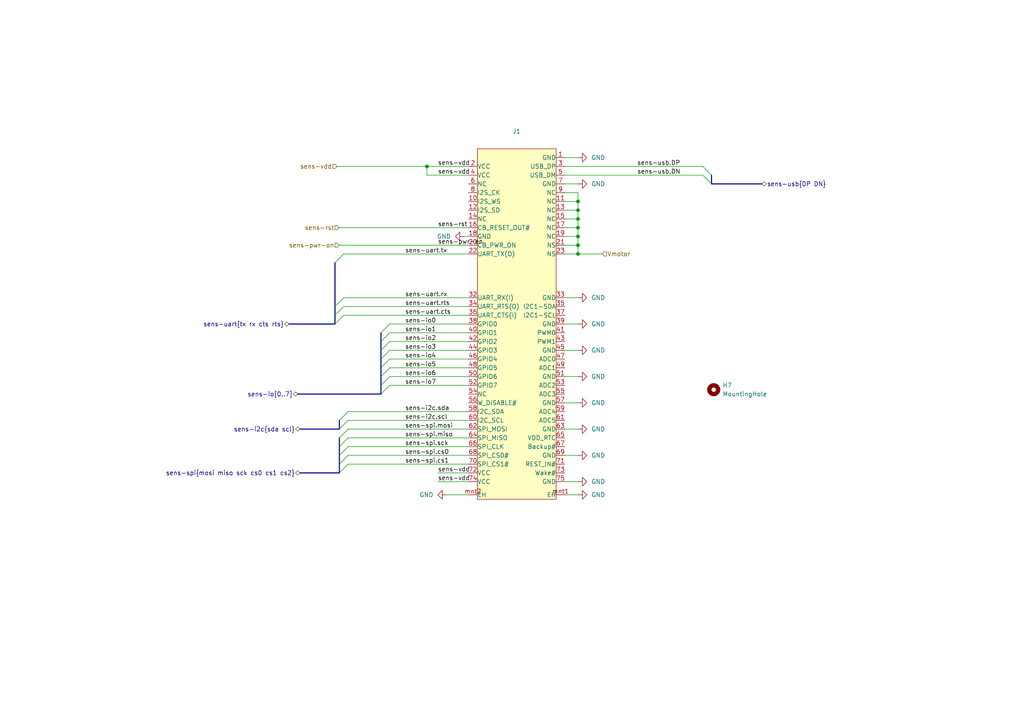
<source format=kicad_sch>
(kicad_sch (version 20230121) (generator eeschema)
  (paper "A4")
  (lib_symbols
    (symbol "Fan_b2b_connector:Fan_SensorConnector_M.2-E_brd" (pin_names (offset 0.002))
      (property "Reference" "J" (at -11.43 50.8 0))
      (property "Value" "Fan_SensorConnector_M.2-E_brd" (at -11.43 50.8 0))
      (symbol "Fan_SensorConnector_M.2-E_brd_0_0"
        (pin bidirectional line (at -13.97 34.29 0) (length 2.54) (name "I2S_WS") (number "10"))
        (pin free line (at 13.97 34.29 180) (length 2.54) (name "NC") (number "11"))
        (pin bidirectional line (at -13.97 31.75 0) (length 2.54) (name "I2S_SD") (number "12"))
        (pin free line (at 13.97 31.75 180) (length 2.54) (name "NC") (number "13"))
        (pin free line (at -13.97 29.21 0) (length 2.54) (name "NC") (number "14"))
        (pin free line (at 13.97 29.21 180) (length 2.54) (name "NC") (number "15"))
        (pin bidirectional line (at -13.97 26.67 0) (length 2.54) (name "CB_RESET_OUT#") (number "16"))
        (pin free line (at 13.97 26.67 180) (length 2.54) (name "NC") (number "17"))
        (pin power_out line (at -13.97 24.13 0) (length 2.54) (name "GND") (number "18"))
        (pin free line (at 13.97 24.13 180) (length 2.54) (name "NC") (number "19"))
        (pin bidirectional line (at -13.97 21.59 0) (length 2.54) (name "CB_PWR_ON") (number "20"))
        (pin free line (at 13.97 21.59 180) (length 2.54) (name "NS") (number "21"))
        (pin bidirectional line (at -13.97 19.05 0) (length 2.54) (name "UART_TX(O)") (number "22"))
        (pin free line (at 13.97 19.05 180) (length 2.54) (name "NS") (number "23"))
        (pin bidirectional line (at 13.97 44.45 180) (length 2.54) (name "USB_DP") (number "3"))
        (pin bidirectional line (at -13.97 6.35 0) (length 2.54) (name "UART_RX(I)") (number "32"))
        (pin power_out line (at 13.97 6.35 180) (length 2.54) (name "GND") (number "33"))
        (pin bidirectional line (at -13.97 3.81 0) (length 2.54) (name "UART_RTS(O)") (number "34"))
        (pin bidirectional line (at 13.97 3.81 180) (length 2.54) (name "I2C1-SDA") (number "35"))
        (pin bidirectional line (at -13.97 1.27 0) (length 2.54) (name "UART_CTS(I)") (number "36"))
        (pin bidirectional line (at 13.97 1.27 180) (length 2.54) (name "I2C1-SCL") (number "37"))
        (pin bidirectional line (at -13.97 -1.27 0) (length 2.54) (name "GPIO0") (number "38"))
        (pin power_out line (at 13.97 -1.27 180) (length 2.54) (name "GND") (number "39"))
        (pin power_out line (at -13.97 41.91 0) (length 2.54) (name "VCC") (number "4"))
        (pin bidirectional line (at -13.97 -3.81 0) (length 2.54) (name "GPIO1") (number "40"))
        (pin bidirectional line (at 13.97 -3.81 180) (length 2.54) (name "PWM0") (number "41"))
        (pin bidirectional line (at -13.97 -6.35 0) (length 2.54) (name "GPIO2") (number "42"))
        (pin bidirectional line (at 13.97 -6.35 180) (length 2.54) (name "PWM1") (number "43"))
        (pin bidirectional line (at -13.97 -8.89 0) (length 2.54) (name "GPIO3") (number "44"))
        (pin power_out line (at 13.97 -8.89 180) (length 2.54) (name "GND") (number "45"))
        (pin bidirectional line (at -13.97 -11.43 0) (length 2.54) (name "GPIO4") (number "46"))
        (pin bidirectional line (at 13.97 -11.43 180) (length 2.54) (name "ADC0") (number "47"))
        (pin bidirectional line (at -13.97 -13.97 0) (length 2.54) (name "GPIO5") (number "48"))
        (pin bidirectional line (at 13.97 -13.97 180) (length 2.54) (name "ADC1") (number "49"))
        (pin bidirectional line (at 13.97 41.91 180) (length 2.54) (name "USB_DM") (number "5"))
        (pin bidirectional line (at -13.97 -16.51 0) (length 2.54) (name "GPIO6") (number "50"))
        (pin power_out line (at 13.97 -16.51 180) (length 2.54) (name "GND") (number "51"))
        (pin bidirectional line (at -13.97 -19.05 0) (length 2.54) (name "GPIO7") (number "52"))
        (pin bidirectional line (at 13.97 -19.05 180) (length 2.54) (name "ADC2") (number "53"))
        (pin free line (at -13.97 -21.59 0) (length 2.54) (name "NC") (number "54"))
        (pin bidirectional line (at 13.97 -21.59 180) (length 2.54) (name "ADC3") (number "55"))
        (pin bidirectional line (at -13.97 -24.13 0) (length 2.54) (name "W_DISABLE#") (number "56"))
        (pin power_out line (at 13.97 -24.13 180) (length 2.54) (name "GND") (number "57"))
        (pin bidirectional line (at -13.97 -26.67 0) (length 2.54) (name "I2C_SDA") (number "58"))
        (pin bidirectional line (at 13.97 -26.67 180) (length 2.54) (name "ADC4") (number "59"))
        (pin free line (at -13.97 39.37 0) (length 2.54) (name "NC") (number "6"))
        (pin bidirectional line (at -13.97 -29.21 0) (length 2.54) (name "I2C_SCL") (number "60"))
        (pin bidirectional line (at 13.97 -29.21 180) (length 2.54) (name "ADC5") (number "61"))
        (pin bidirectional line (at -13.97 -31.75 0) (length 2.54) (name "SPI_MOSI") (number "62"))
        (pin power_out line (at 13.97 -31.75 180) (length 2.54) (name "GND") (number "63"))
        (pin bidirectional line (at -13.97 -34.29 0) (length 2.54) (name "SPI_MISO") (number "64"))
        (pin power_out line (at 13.97 -34.29 180) (length 2.54) (name "VDD_RTC") (number "65"))
        (pin bidirectional line (at -13.97 -36.83 0) (length 2.54) (name "SPI_CLK") (number "66"))
        (pin bidirectional line (at 13.97 -36.83 180) (length 2.54) (name "Backup#") (number "67"))
        (pin bidirectional line (at -13.97 -39.37 0) (length 2.54) (name "SPI_CS0#") (number "68"))
        (pin power_out line (at 13.97 -39.37 180) (length 2.54) (name "GND") (number "69"))
        (pin power_out line (at 13.97 39.37 180) (length 2.54) (name "GND") (number "7"))
        (pin bidirectional line (at -13.97 -41.91 0) (length 2.54) (name "SPI_CS1#") (number "70"))
        (pin bidirectional line (at 13.97 -41.91 180) (length 2.54) (name "REST_IN#") (number "71"))
        (pin power_out line (at -13.97 -44.45 0) (length 2.54) (name "VCC") (number "72"))
        (pin bidirectional line (at 13.97 -44.45 180) (length 2.54) (name "Wake#") (number "73"))
        (pin power_out line (at -13.97 -46.99 0) (length 2.54) (name "VCC") (number "74"))
        (pin power_out line (at 13.97 -46.99 180) (length 2.54) (name "GND") (number "75"))
        (pin bidirectional line (at -13.97 36.83 0) (length 2.54) (name "I2S_CK") (number "8"))
        (pin free line (at 13.97 36.83 180) (length 2.54) (name "NC") (number "9"))
      )
      (symbol "Fan_SensorConnector_M.2-E_brd_1_0"
        (pin power_out line (at 13.97 46.99 180) (length 2.54) (name "GND") (number "1"))
        (pin power_out line (at -13.97 44.45 0) (length 2.54) (name "VCC") (number "2"))
      )
      (symbol "Fan_SensorConnector_M.2-E_brd_1_1"
        (rectangle (start -11.43 49.53) (end 11.43 -52.07) (fill (type background)))
        (pin passive line (at 13.97 -50.8 180) (length 2.54) (name "EH") (number "mnt1"))
        (pin passive line (at -13.97 -50.8 0) (length 2.54) (name "EH") (number "mnt2"))
      )
    )
    (symbol "Mechanical:MountingHole" (pin_names (offset 1.016))
      (property "Reference" "H" (at 0 5.08 0))
      (property "Value" "MountingHole" (at 0 3.175 0))
      (symbol "MountingHole_0_1"
        (circle (center 0 0) (radius 1.27) (stroke (width 1.27)))
      )
    )
    (symbol "power:GND" (power) (pin_names (offset 0))
      (property "Value" "GND" (at 0 -3.81 0))
      (symbol "GND_0_1"
        (polyline (pts (xy 0 0) (xy 0 -1.27) (xy 1.27 -1.27) (xy 0 -2.54) (xy -1.27 -1.27) (xy 0 -1.27)))
      )
      (symbol "GND_1_1"
        (pin power_in line (at 0 0 270) (length 0) hide (name "GND") (number "1"))
      )
    )
  )
  (junction (at 123.825 48.26))
  (junction (at 167.64 68.58))
  (junction (at 167.64 71.12))
  (junction (at 167.64 63.5))
  (junction (at 167.64 66.04))
  (junction (at 167.64 58.42))
  (junction (at 167.64 73.66))
  (junction (at 167.64 60.96))
  (bus_entry (at 100.965 121.92) (size -2.54 2.54))
  (bus_entry (at 113.03 101.6) (size -2.54 2.54))
  (bus_entry (at 100.965 124.46) (size -2.54 2.54))
  (bus_entry (at 113.03 96.52) (size -2.54 2.54))
  (bus_entry (at 113.03 106.68) (size -2.54 2.54))
  (bus_entry (at 113.03 111.76) (size -2.54 2.54))
  (bus_entry (at 113.03 104.14) (size -2.54 2.54))
  (bus_entry (at 203.835 48.26) (size 2.54 2.54))
  (bus_entry (at 100.965 119.38) (size -2.54 2.54))
  (bus_entry (at 99.695 86.36) (size -2.54 2.54))
  (bus_entry (at 113.03 109.22) (size -2.54 2.54))
  (bus_entry (at 113.03 99.06) (size -2.54 2.54))
  (bus_entry (at 99.695 91.44) (size -2.54 2.54))
  (bus_entry (at 100.965 132.08) (size -2.54 2.54))
  (bus_entry (at 99.695 88.9) (size -2.54 2.54))
  (bus_entry (at 100.965 134.62) (size -2.54 2.54))
  (bus_entry (at 113.03 93.98) (size -2.54 2.54))
  (bus_entry (at 100.965 127) (size -2.54 2.54))
  (bus_entry (at 100.965 129.54) (size -2.54 2.54))
  (bus_entry (at 99.695 73.66) (size -2.54 2.54))
  (bus_entry (at 203.835 50.8) (size 2.54 2.54))
  (wire (pts (xy 163.83 143.51) (xy 167.64 143.51)))
  (bus (pts (xy 98.425 127) (xy 98.425 129.54)))
  (wire (pts (xy 113.03 99.06) (xy 135.89 99.06)))
  (bus (pts (xy 110.49 106.68) (xy 110.49 109.22)))
  (wire (pts (xy 167.64 60.96) (xy 167.64 63.5)))
  (wire (pts (xy 163.83 48.26) (xy 203.835 48.26)))
  (wire (pts (xy 113.03 104.14) (xy 135.89 104.14)))
  (bus (pts (xy 86.36 114.3) (xy 110.49 114.3)))
  (bus (pts (xy 97.155 76.2) (xy 97.155 88.9)))
  (wire (pts (xy 123.825 48.26) (xy 135.89 48.26)))
  (bus (pts (xy 98.425 121.92) (xy 98.425 124.46)))
  (wire (pts (xy 113.03 111.76) (xy 135.89 111.76)))
  (wire (pts (xy 100.965 119.38) (xy 135.89 119.38)))
  (bus (pts (xy 86.995 137.16) (xy 98.425 137.16)))
  (wire (pts (xy 127 137.16) (xy 135.89 137.16)))
  (bus (pts (xy 98.425 134.62) (xy 98.425 137.16)))
  (wire (pts (xy 163.83 109.22) (xy 167.64 109.22)))
  (wire (pts (xy 129.54 143.51) (xy 135.89 143.51)))
  (wire (pts (xy 163.83 71.12) (xy 167.64 71.12)))
  (wire (pts (xy 163.83 86.36) (xy 167.64 86.36)))
  (wire (pts (xy 127 139.7) (xy 135.89 139.7)))
  (wire (pts (xy 98.425 71.12) (xy 135.89 71.12)))
  (bus (pts (xy 110.49 96.52) (xy 110.49 99.06)))
  (wire (pts (xy 123.825 50.8) (xy 135.89 50.8)))
  (wire (pts (xy 163.83 124.46) (xy 167.64 124.46)))
  (wire (pts (xy 167.64 58.42) (xy 167.64 60.96)))
  (wire (pts (xy 113.03 101.6) (xy 135.89 101.6)))
  (wire (pts (xy 100.965 132.08) (xy 135.89 132.08)))
  (bus (pts (xy 86.995 124.46) (xy 98.425 124.46)))
  (wire (pts (xy 163.83 45.72) (xy 167.64 45.72)))
  (wire (pts (xy 99.695 91.44) (xy 135.89 91.44)))
  (bus (pts (xy 110.49 99.06) (xy 110.49 101.6)))
  (wire (pts (xy 100.965 129.54) (xy 135.89 129.54)))
  (wire (pts (xy 100.965 121.92) (xy 135.89 121.92)))
  (bus (pts (xy 206.375 50.8) (xy 206.375 53.34)))
  (wire (pts (xy 167.64 66.04) (xy 167.64 68.58)))
  (wire (pts (xy 113.03 93.98) (xy 135.89 93.98)))
  (wire (pts (xy 163.83 101.6) (xy 167.64 101.6)))
  (wire (pts (xy 113.03 96.52) (xy 135.89 96.52)))
  (bus (pts (xy 97.155 88.9) (xy 97.155 91.44)))
  (wire (pts (xy 167.64 68.58) (xy 167.64 71.12)))
  (bus (pts (xy 83.82 93.98) (xy 97.155 93.98)))
  (wire (pts (xy 163.83 68.58) (xy 167.64 68.58)))
  (bus (pts (xy 110.49 111.76) (xy 110.49 114.3)))
  (wire (pts (xy 167.64 73.66) (xy 163.83 73.66)))
  (wire (pts (xy 134.62 68.58) (xy 135.89 68.58)))
  (wire (pts (xy 98.425 66.04) (xy 135.89 66.04)))
  (bus (pts (xy 110.49 109.22) (xy 110.49 111.76)))
  (wire (pts (xy 167.64 63.5) (xy 167.64 66.04)))
  (wire (pts (xy 163.83 58.42) (xy 167.64 58.42)))
  (wire (pts (xy 167.64 73.66) (xy 174.625 73.66)))
  (wire (pts (xy 163.83 53.34) (xy 167.64 53.34)))
  (wire (pts (xy 97.79 48.26) (xy 123.825 48.26)))
  (wire (pts (xy 99.695 86.36) (xy 135.89 86.36)))
  (bus (pts (xy 98.425 129.54) (xy 98.425 132.08)))
  (bus (pts (xy 110.49 101.6) (xy 110.49 104.14)))
  (wire (pts (xy 100.965 124.46) (xy 135.89 124.46)))
  (wire (pts (xy 163.83 66.04) (xy 167.64 66.04)))
  (wire (pts (xy 167.64 71.12) (xy 167.64 73.66)))
  (wire (pts (xy 163.83 139.7) (xy 167.64 139.7)))
  (wire (pts (xy 99.695 88.9) (xy 135.89 88.9)))
  (wire (pts (xy 163.83 116.84) (xy 167.64 116.84)))
  (bus (pts (xy 98.425 132.08) (xy 98.425 134.62)))
  (wire (pts (xy 113.03 109.22) (xy 135.89 109.22)))
  (bus (pts (xy 206.375 53.34) (xy 220.98 53.34)))
  (wire (pts (xy 163.83 132.08) (xy 167.64 132.08)))
  (wire (pts (xy 163.83 93.98) (xy 167.64 93.98)))
  (wire (pts (xy 163.83 63.5) (xy 167.64 63.5)))
  (wire (pts (xy 99.695 73.66) (xy 135.89 73.66)))
  (wire (pts (xy 123.825 50.8) (xy 123.825 48.26)))
  (wire (pts (xy 163.83 60.96) (xy 167.64 60.96)))
  (wire (pts (xy 163.83 50.8) (xy 203.835 50.8)))
  (wire (pts (xy 113.03 106.68) (xy 135.89 106.68)))
  (bus (pts (xy 97.155 91.44) (xy 97.155 93.98)))
  (wire (pts (xy 100.965 127) (xy 135.89 127)))
  (bus (pts (xy 110.49 104.14) (xy 110.49 106.68)))
  (wire (pts (xy 167.64 55.88) (xy 167.64 58.42)))
  (wire (pts (xy 100.965 134.62) (xy 135.89 134.62)))
  (wire (pts (xy 163.83 55.88) (xy 167.64 55.88)))
  (label "sens-spi.mosi" (at 117.475 124.46 0))
  (label "sens-uart.cts" (at 117.475 91.44 0))
  (label "sens-i2c.scl" (at 117.475 121.92 0))
  (label "sens-uart.rts" (at 117.475 88.9 0))
  (label "sens-uart.tx" (at 117.475 73.66 0))
  (label "sens-pwr-en" (at 127 71.12 0))
  (label "sens-i2c.sda" (at 117.475 119.38 0))
  (label "sens-spi.cs0" (at 117.475 132.08 0))
  (label "sens-rst" (at 127 66.04 0))
  (label "sens-vdd" (at 127 50.8 0))
  (label "sens-vdd" (at 127 48.26 0))
  (label "sens-io6" (at 117.475 109.22 0))
  (label "sens-spi.sck" (at 117.475 129.54 0))
  (label "sens-io2" (at 117.475 99.06 0))
  (label "sens-vdd" (at 127 139.7 0))
  (label "sens-vdd" (at 127 137.16 0))
  (label "sens-io7" (at 117.475 111.76 0))
  (label "sens-io0" (at 117.475 93.98 0))
  (label "sens-io5" (at 117.475 106.68 0))
  (label "sens-io4" (at 117.475 104.14 0))
  (label "sens-io1" (at 117.475 96.52 0))
  (label "sens-usb.DN" (at 184.785 50.8 0))
  (label "sens-io3" (at 117.475 101.6 0))
  (label "sens-usb.DP" (at 184.785 48.26 0))
  (label "sens-spi.cs1" (at 117.475 134.62 0))
  (label "sens-spi.miso" (at 117.475 127 0))
  (label "sens-uart.rx" (at 117.475 86.36 0))
  (hierarchical_label "sens-pwr-on" (shape input) (at 98.425 71.12 180))
  (hierarchical_label "sens-usb{DP DN}" (shape bidirectional) (at 220.98 53.34 0))
  (hierarchical_label "sens-io[0..7]" (shape bidirectional) (at 86.36 114.3 180))
  (hierarchical_label "sens-spi{mosi miso sck cs0 cs1 cs2}" (shape bidirectional) (at 86.995 137.16 180))
  (hierarchical_label "sens-vdd" (shape input) (at 97.79 48.26 180))
  (hierarchical_label "sens-i2c{sda scl}" (shape bidirectional) (at 86.995 124.46 180))
  (hierarchical_label "sens-rst" (shape input) (at 98.425 66.04 180))
  (hierarchical_label "Vmotor" (shape input) (at 174.625 73.66 0))
  (hierarchical_label "sens-uart{tx rx cts rts}" (shape bidirectional) (at 83.82 93.98 180))
  (symbol (lib_id "power:GND") (at 167.64 132.08 90) (unit 1)
    (property "Reference" "#PWR011" (effects hide))
    (property "Value" "GND" (at 171.45 132.08 90) (effects (justify right)))
    (instances (project "nullbot" (path "" (reference "#PWR011") (unit 1)) (path "" (reference "#PWR037") (unit 1))))
  )
  (symbol (lib_id "power:GND") (at 167.64 45.72 90) (unit 1)
    (property "Reference" "#PWR03" (effects hide))
    (property "Value" "GND" (at 171.45 45.72 90) (effects (justify right)))
    (instances (project "nullbot" (path "" (reference "#PWR03") (unit 1)) (path "" (reference "#PWR029") (unit 1))))
  )
  (symbol (lib_id "Mechanical:MountingHole") (at 207.01 113.03 0) (unit 1)
    (property "Reference" "H7" (at 209.55 111.76 0) (effects (justify left)))
    (property "Value" "MountingHole" (at 209.55 114.3 0) (effects (justify left)))
    (property "Footprint" "MountingHole:MountingHole_2.2mm_M2_ISO7380" (effects hide))
    (instances (project "nullbot" (path "" (reference "H7") (unit 1)) (path "" (reference "H9") (unit 1))))
  )
  (symbol (lib_id "power:GND") (at 167.64 86.36 90) (unit 1)
    (property "Reference" "#PWR05" (effects hide))
    (property "Value" "GND" (at 171.45 86.36 90) (effects (justify right)))
    (instances (project "nullbot" (path "" (reference "#PWR05") (unit 1)) (path "" (reference "#PWR031") (unit 1))))
  )
  (symbol (lib_id "power:GND") (at 167.64 109.22 90) (unit 1)
    (property "Reference" "#PWR08" (effects hide))
    (property "Value" "GND" (at 171.45 109.22 90) (effects (justify right)))
    (instances (project "nullbot" (path "" (reference "#PWR08") (unit 1)) (path "" (reference "#PWR034") (unit 1))))
  )
  (symbol (lib_id "power:GND") (at 167.64 139.7 90) (unit 1)
    (property "Reference" "#PWR012" (effects hide))
    (property "Value" "GND" (at 171.45 139.7 90) (effects (justify right)))
    (instances (project "nullbot" (path "" (reference "#PWR012") (unit 1)) (path "" (reference "#PWR038") (unit 1))))
  )
  (symbol (lib_id "Fan_b2b_connector:Fan_SensorConnector_M.2-E_brd") (at 149.86 92.71 0) (unit 1)
    (property "Reference" "J1" (at 149.86 38.1 0))
    (property "Value" "APCI0163-P001A" (effects hide))
    (property "Footprint" "Fan-B2BConnector:M.2-connector-E-KEY-bd" (effects hide))
    (instances (project "nullbot" (path "" (reference "J1") (unit 1)) (path "" (reference "J3") (unit 1))))
  )
  (symbol (lib_id "power:GND") (at 167.64 116.84 90) (unit 1)
    (property "Reference" "#PWR09" (effects hide))
    (property "Value" "GND" (at 171.45 116.84 90) (effects (justify right)))
    (instances (project "nullbot" (path "" (reference "#PWR09") (unit 1)) (path "" (reference "#PWR035") (unit 1))))
  )
  (symbol (lib_id "power:GND") (at 167.64 53.34 90) (unit 1)
    (property "Reference" "#PWR04" (effects hide))
    (property "Value" "GND" (at 171.45 53.34 90) (effects (justify right)))
    (instances (project "nullbot" (path "" (reference "#PWR04") (unit 1)) (path "" (reference "#PWR030") (unit 1))))
  )
  (symbol (lib_id "power:GND") (at 167.64 93.98 90) (unit 1)
    (property "Reference" "#PWR06" (effects hide))
    (property "Value" "GND" (at 171.45 93.98 90) (effects (justify right)))
    (instances (project "nullbot" (path "" (reference "#PWR06") (unit 1)) (path "" (reference "#PWR032") (unit 1))))
  )
  (symbol (lib_id "power:GND") (at 129.54 143.51 270) (unit 1)
    (property "Reference" "#PWR02" (effects hide))
    (property "Value" "GND" (at 125.73 143.51 90) (effects (justify right)))
    (instances (project "nullbot" (path "" (reference "#PWR02") (unit 1)) (path "" (reference "#PWR027") (unit 1))))
  )
  (symbol (lib_id "power:GND") (at 167.64 143.51 90) (unit 1)
    (property "Reference" "#PWR013" (effects hide))
    (property "Value" "GND" (at 171.45 143.51 90) (effects (justify right)))
    (instances (project "nullbot" (path "" (reference "#PWR013") (unit 1)) (path "" (reference "#PWR039") (unit 1))))
  )
  (symbol (lib_id "power:GND") (at 134.62 68.58 270) (unit 1)
    (property "Reference" "#PWR01" (effects hide))
    (property "Value" "GND" (at 130.81 68.58 90) (effects (justify right)))
    (instances (project "nullbot" (path "" (reference "#PWR01") (unit 1)) (path "" (reference "#PWR028") (unit 1))))
  )
  (symbol (lib_id "power:GND") (at 167.64 101.6 90) (unit 1)
    (property "Reference" "#PWR07" (effects hide))
    (property "Value" "GND" (at 171.45 101.6 90) (effects (justify right)))
    (instances (project "nullbot" (path "" (reference "#PWR07") (unit 1)) (path "" (reference "#PWR033") (unit 1))))
  )
  (symbol (lib_id "power:GND") (at 167.64 124.46 90) (unit 1)
    (property "Reference" "#PWR010" (effects hide))
    (property "Value" "GND" (at 171.45 124.46 90) (effects (justify right)))
    (instances (project "nullbot" (path "" (reference "#PWR010") (unit 1)) (path "" (reference "#PWR036") (unit 1))))
  )
)
</source>
